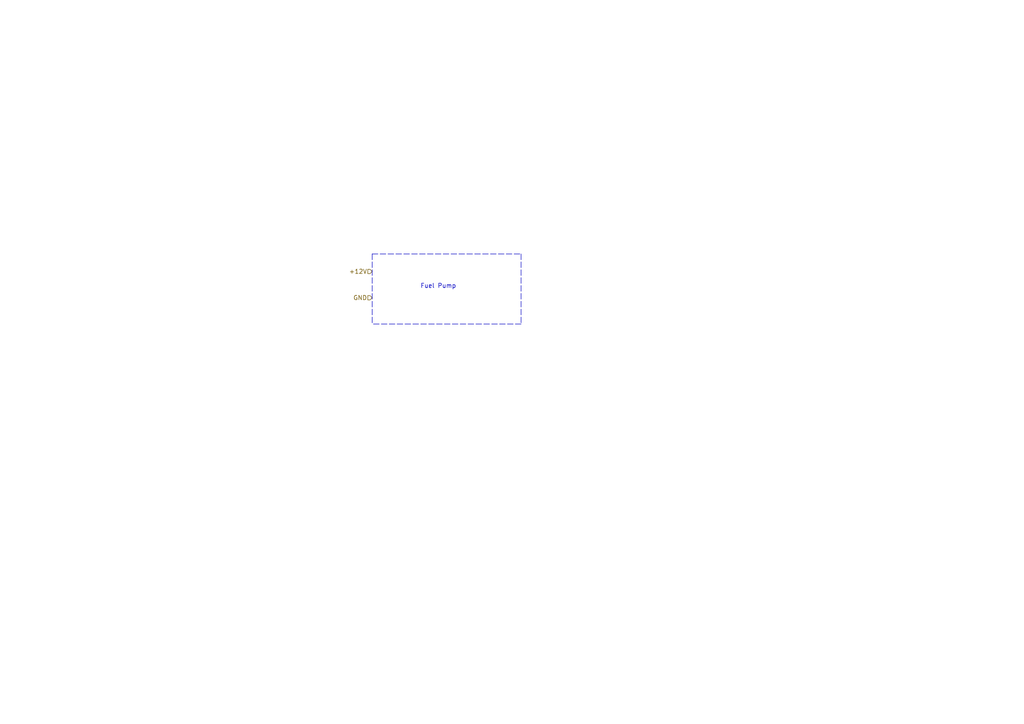
<source format=kicad_sch>
(kicad_sch (version 20211123) (generator eeschema)
  (paper "A4")
  (lib_symbols)
  (polyline (pts (xy 107.95 73.66) (xy 107.95 93.98)))
  (polyline (pts (xy 107.95 73.66) (xy 151.13 73.66)))
  (polyline (pts (xy 151.13 73.66) (xy 151.13 93.98)))
  (polyline (pts (xy 151.13 93.98) (xy 107.95 93.98)))
  (text "Fuel Pump" (at 121.92 83.82 0) (effects (font (size 1.27 1.27)) (justify left bottom)))
  (hierarchical_label "+12V" (shape input) (at 107.95 78.74 180))
  (hierarchical_label "GND" (shape input) (at 107.95 86.36 180))
)
</source>
